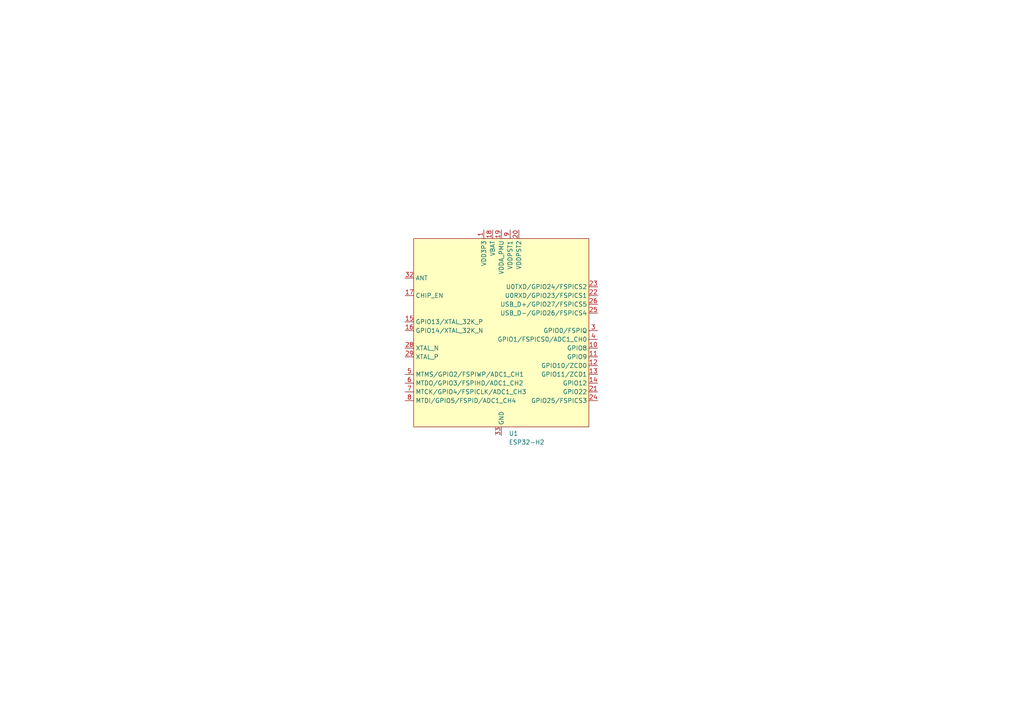
<source format=kicad_sch>
(kicad_sch (version 20250114) (generator "eeschema") (generator_version "9.0")
  (paper "A4")
  (lib_symbols
    (symbol "PCM_Espressif:ESP32-H2"
      (property "Reference" "U" (at -25.4 30.48 0))
      (property "Value" "ESP32-H2" (at 20.32 30.48 0))
      (symbol "ESP32-H2_0_1"
        (rectangle (start -25.4 29.21) (end 25.4 -25.4) (fill (type background)))
      )
      (symbol "ESP32-H2_1_1"
        (pin bidirectional line (at -27.94 17.78 0) (length 2.54) (name "ANT") (number "32"))
        (pin input line (at -27.94 12.7 0) (length 2.54) (name "CHIP_EN") (number "17"))
        (pin bidirectional line (at -27.94 5.08 0) (length 2.54) (name "GPIO13/XTAL_32K_P") (number "15"))
        (pin bidirectional line (at -27.94 2.54 0) (length 2.54) (name "GPIO14/XTAL_32K_N") (number "16"))
        (pin output line (at -27.94 -2.54 0) (length 2.54) (name "XTAL_N") (number "28"))
        (pin input line (at -27.94 -5.08 0) (length 2.54) (name "XTAL_P") (number "29"))
        (pin bidirectional line (at -27.94 -10.16 0) (length 2.54) (name "MTMS/GPIO2/FSPIWP/ADC1_CH1") (number "5"))
        (pin bidirectional line (at -27.94 -12.7 0) (length 2.54) (name "MTDO/GPIO3/FSPIHD/ADC1_CH2") (number "6"))
        (pin bidirectional line (at -27.94 -15.24 0) (length 2.54) (name "MTCK/GPIO4/FSPICLK/ADC1_CH3") (number "7"))
        (pin bidirectional line (at -27.94 -17.78 0) (length 2.54) (name "MTDI/GPIO5/FSPID/ADC1_CH4") (number "8"))
        (pin power_in line (at -5.08 31.75 270) (length 2.54) (name "VDD3P3") (number "1"))
        (pin passive line (at -5.08 31.75 270) (length 2.54) (hide yes) (name "VDD3P3") (number "2"))
        (pin passive line (at -5.08 31.75 270) (length 2.54) (hide yes) (name "VDD3P3") (number "27"))
        (pin passive line (at -5.08 31.75 270) (length 2.54) (hide yes) (name "VDD3P3") (number "30"))
        (pin passive line (at -5.08 31.75 270) (length 2.54) (hide yes) (name "VDD3P3") (number "31"))
        (pin power_in line (at -2.54 31.75 270) (length 2.54) (name "VBAT") (number "18"))
        (pin power_in line (at 0 31.75 270) (length 2.54) (name "VDDA_PMU") (number "19"))
        (pin power_in line (at 0 -27.94 90) (length 2.54) (name "GND") (number "33"))
        (pin power_in line (at 2.54 31.75 270) (length 2.54) (name "VDDPST1") (number "9"))
        (pin power_in line (at 5.08 31.75 270) (length 2.54) (name "VDDPST2") (number "20"))
        (pin bidirectional line (at 27.94 15.24 180) (length 2.54) (name "U0TXD/GPIO24/FSPICS2") (number "23"))
        (pin bidirectional line (at 27.94 12.7 180) (length 2.54) (name "U0RXD/GPIO23/FSPICS1") (number "22"))
        (pin bidirectional line (at 27.94 10.16 180) (length 2.54) (name "USB_D+/GPIO27/FSPICS5") (number "26"))
        (pin bidirectional line (at 27.94 7.62 180) (length 2.54) (name "USB_D-/GPIO26/FSPICS4") (number "25"))
        (pin bidirectional line (at 27.94 2.54 180) (length 2.54) (name "GPIO0/FSPIQ") (number "3"))
        (pin bidirectional line (at 27.94 0 180) (length 2.54) (name "GPIO1/FSPICS0/ADC1_CH0") (number "4"))
        (pin bidirectional line (at 27.94 -2.54 180) (length 2.54) (name "GPIO8") (number "10"))
        (pin bidirectional line (at 27.94 -5.08 180) (length 2.54) (name "GPIO9") (number "11"))
        (pin bidirectional line (at 27.94 -7.62 180) (length 2.54) (name "GPIO10/ZCD0") (number "12"))
        (pin bidirectional line (at 27.94 -10.16 180) (length 2.54) (name "GPIO11/ZCD1") (number "13"))
        (pin bidirectional line (at 27.94 -12.7 180) (length 2.54) (name "GPIO12") (number "14"))
        (pin bidirectional line (at 27.94 -15.24 180) (length 2.54) (name "GPIO22") (number "21"))
        (pin bidirectional line (at 27.94 -17.78 180) (length 2.54) (name "GPIO25/FSPICS3") (number "24"))
      )
    )
  )
  (symbol (lib_id "PCM_Espressif:ESP32-H2") (at 145.415 98.425 0) (unit 1)
    (property "Reference" "U1" (at 147.5583 125.73 0) (effects (justify left)))
    (property "Value" "ESP32-H2" (at 147.5583 128.27 0) (effects (justify left)))
    (property "Footprint" "PCM_Espressif:QFN-32-1EP_4x4mm_P0.4mm_EP2.9x2.9mm" (effects (hide yes)))
    (property "Datasheet" "https://www.espressif.com/sites/default/files/documentation/esp32-h2_datasheet_en.pdf" (effects (hide yes)))
    (property "Description" "ESP32-H2, ultra-low-power SoC with RISC-V single-core microprocessor,Bluetooth 5 (LE), Zigbee and Thread (802.15.4),QFN-32" (effects (hide yes)))
  )
)
</source>
